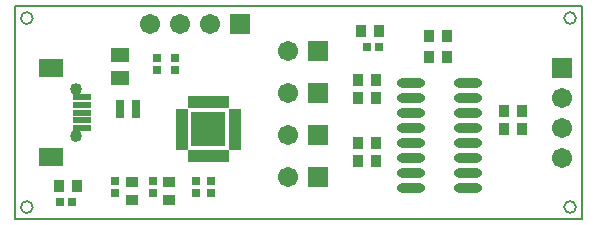
<source format=gts>
%FSLAX25Y25*%
%MOIN*%
G70*
G01*
G75*
G04 Layer_Color=8388736*
%ADD10R,0.02756X0.03347*%
%ADD11O,0.08661X0.02362*%
%ADD12R,0.05118X0.03937*%
%ADD13R,0.02362X0.02362*%
%ADD14R,0.03347X0.02756*%
%ADD15R,0.01800X0.01200*%
%ADD16R,0.03400X0.01200*%
%ADD17R,0.01200X0.03400*%
%ADD18R,0.10236X0.10236*%
%ADD19R,0.07480X0.05512*%
%ADD20R,0.05315X0.01654*%
%ADD21R,0.02362X0.02362*%
%ADD22C,0.01000*%
%ADD23C,0.02000*%
%ADD24C,0.03000*%
%ADD25C,0.00800*%
%ADD26R,0.11500X0.04000*%
%ADD27R,0.07000X0.01500*%
%ADD28C,0.00500*%
%ADD29R,0.05906X0.05906*%
%ADD30C,0.05906*%
%ADD31R,0.05906X0.05906*%
%ADD32C,0.03228*%
%ADD33C,0.02000*%
%ADD34C,0.03000*%
%ADD35C,0.00984*%
%ADD36C,0.02362*%
%ADD37C,0.00600*%
%ADD38C,0.00787*%
%ADD39R,0.03556X0.04147*%
%ADD40O,0.09461X0.03162*%
%ADD41R,0.05918X0.04737*%
%ADD42R,0.03162X0.03162*%
%ADD43R,0.04147X0.03556*%
%ADD44R,0.02600X0.02000*%
%ADD45R,0.04400X0.02200*%
%ADD46R,0.02200X0.04400*%
%ADD47R,0.11236X0.11236*%
%ADD48R,0.08280X0.06312*%
%ADD49R,0.06115X0.02454*%
%ADD50R,0.03162X0.03162*%
%ADD51R,0.06706X0.06706*%
%ADD52C,0.06706*%
%ADD53R,0.06706X0.06706*%
%ADD54C,0.04028*%
D28*
X181008Y54063D02*
G03*
X181008Y54063I-1969J0D01*
G01*
Y-8929D02*
G03*
X181008Y-8929I-1969J0D01*
G01*
X-94D02*
G03*
X-94Y-8929I-1969J0D01*
G01*
Y54063D02*
G03*
X-94Y54063I-1969J0D01*
G01*
X-6000Y-12866D02*
X182976D01*
Y58000D01*
X-6000D02*
X182976D01*
X-6000Y-12866D02*
Y58000D01*
D39*
X108500Y27500D02*
D03*
X114406D02*
D03*
X108500Y33500D02*
D03*
X114406D02*
D03*
Y12500D02*
D03*
X108500D02*
D03*
Y6500D02*
D03*
X114406D02*
D03*
X163000Y23000D02*
D03*
X157095D02*
D03*
X163000Y17000D02*
D03*
X157095D02*
D03*
X137906Y48000D02*
D03*
X132000D02*
D03*
X137906Y41000D02*
D03*
X132000D02*
D03*
X14706Y-1900D02*
D03*
X8800D02*
D03*
X109395Y49700D02*
D03*
X115300D02*
D03*
D40*
X126051Y32500D02*
D03*
Y27500D02*
D03*
Y22500D02*
D03*
Y17500D02*
D03*
Y12500D02*
D03*
Y7500D02*
D03*
Y2500D02*
D03*
Y-2500D02*
D03*
X144949Y32500D02*
D03*
Y27500D02*
D03*
Y22500D02*
D03*
Y17500D02*
D03*
Y12500D02*
D03*
Y7500D02*
D03*
Y2500D02*
D03*
Y-2500D02*
D03*
D41*
X29000Y34000D02*
D03*
Y41874D02*
D03*
D42*
X47300Y40600D02*
D03*
Y36663D02*
D03*
X41500Y40700D02*
D03*
Y36763D02*
D03*
X59500Y-4138D02*
D03*
Y-201D02*
D03*
X54500Y-4138D02*
D03*
Y-201D02*
D03*
X40000D02*
D03*
Y-4138D02*
D03*
X27500Y-201D02*
D03*
Y-4138D02*
D03*
D43*
X45500Y-6500D02*
D03*
Y-594D02*
D03*
X33000D02*
D03*
Y-6500D02*
D03*
D44*
X34300Y25868D02*
D03*
Y23900D02*
D03*
Y21900D02*
D03*
X28942Y23900D02*
D03*
Y25868D02*
D03*
Y21900D02*
D03*
D45*
X49550Y22906D02*
D03*
Y20937D02*
D03*
Y18969D02*
D03*
Y17000D02*
D03*
Y15032D02*
D03*
Y13063D02*
D03*
Y11095D02*
D03*
X67450D02*
D03*
Y13063D02*
D03*
Y15032D02*
D03*
Y17000D02*
D03*
Y18969D02*
D03*
Y20937D02*
D03*
Y22906D02*
D03*
D46*
X52595Y8050D02*
D03*
X54563D02*
D03*
X56532D02*
D03*
X58500D02*
D03*
X60469D02*
D03*
X62437D02*
D03*
X64406D02*
D03*
Y25950D02*
D03*
X62437D02*
D03*
X60469D02*
D03*
X58500D02*
D03*
X56532D02*
D03*
X54563D02*
D03*
X52595D02*
D03*
D47*
X58500Y17000D02*
D03*
D48*
X5968Y7649D02*
D03*
Y37571D02*
D03*
D49*
X16500Y27685D02*
D03*
Y17449D02*
D03*
Y20008D02*
D03*
Y25126D02*
D03*
Y22567D02*
D03*
D50*
X12900Y-7200D02*
D03*
X8963D02*
D03*
X111300Y44300D02*
D03*
X115237D02*
D03*
D51*
X176500Y37500D02*
D03*
D52*
Y27500D02*
D03*
Y17500D02*
D03*
Y7500D02*
D03*
X85000Y1000D02*
D03*
Y15000D02*
D03*
Y29000D02*
D03*
Y43000D02*
D03*
X39000Y52000D02*
D03*
X49000D02*
D03*
X59000D02*
D03*
D53*
X95000Y1000D02*
D03*
Y15000D02*
D03*
Y29000D02*
D03*
Y43000D02*
D03*
X69000Y52000D02*
D03*
D54*
X14433Y14693D02*
D03*
Y30441D02*
D03*
M02*

</source>
